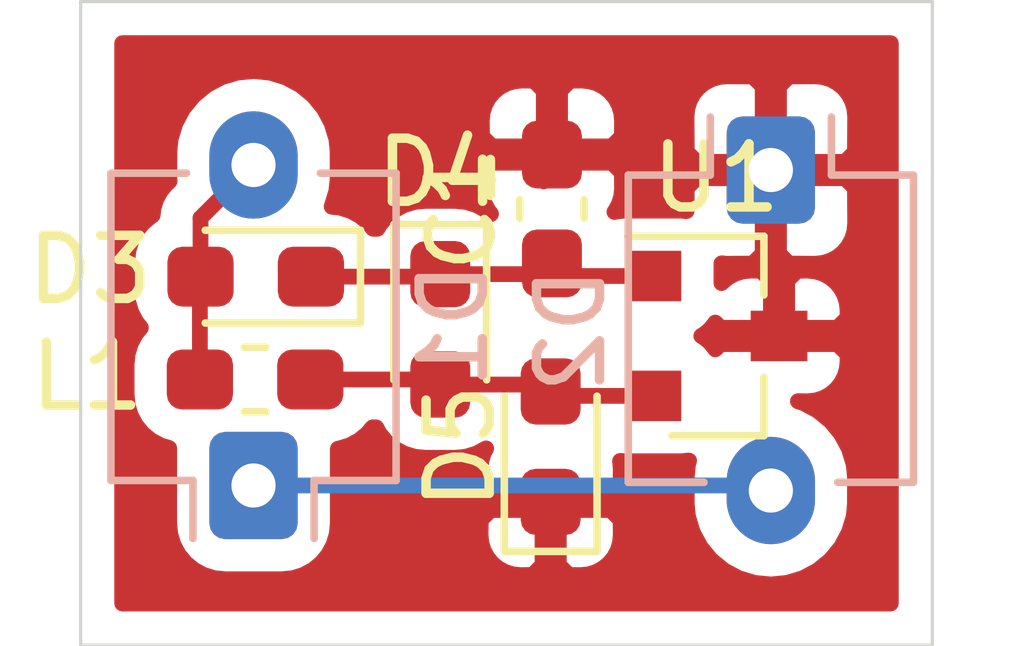
<source format=kicad_pcb>
(kicad_pcb (version 20171130) (host pcbnew "(5.1.7)-1")

  (general
    (thickness 1.6)
    (drawings 4)
    (tracks 21)
    (zones 0)
    (modules 8)
    (nets 6)
  )

  (page A4)
  (layers
    (0 F.Cu signal)
    (31 B.Cu signal)
    (32 B.Adhes user)
    (33 F.Adhes user)
    (34 B.Paste user)
    (35 F.Paste user)
    (36 B.SilkS user)
    (37 F.SilkS user)
    (38 B.Mask user)
    (39 F.Mask user)
    (40 Dwgs.User user)
    (41 Cmts.User user)
    (42 Eco1.User user)
    (43 Eco2.User user)
    (44 Edge.Cuts user)
    (45 Margin user)
    (46 B.CrtYd user)
    (47 F.CrtYd user)
    (48 B.Fab user)
    (49 F.Fab user hide)
  )

  (setup
    (last_trace_width 0.25)
    (trace_clearance 0.2)
    (zone_clearance 0.508)
    (zone_45_only no)
    (trace_min 0.2)
    (via_size 0.8)
    (via_drill 0.4)
    (via_min_size 0.4)
    (via_min_drill 0.3)
    (uvia_size 0.3)
    (uvia_drill 0.1)
    (uvias_allowed no)
    (uvia_min_size 0.2)
    (uvia_min_drill 0.1)
    (edge_width 0.05)
    (segment_width 0.2)
    (pcb_text_width 0.3)
    (pcb_text_size 1.5 1.5)
    (mod_edge_width 0.12)
    (mod_text_size 1 1)
    (mod_text_width 0.15)
    (pad_size 1.524 1.524)
    (pad_drill 0.762)
    (pad_to_mask_clearance 0)
    (aux_axis_origin 0 0)
    (visible_elements FFFFFF7F)
    (pcbplotparams
      (layerselection 0x010fc_ffffffff)
      (usegerberextensions false)
      (usegerberattributes true)
      (usegerberadvancedattributes true)
      (creategerberjobfile true)
      (excludeedgelayer true)
      (linewidth 0.100000)
      (plotframeref false)
      (viasonmask false)
      (mode 1)
      (useauxorigin false)
      (hpglpennumber 1)
      (hpglpenspeed 20)
      (hpglpendiameter 15.000000)
      (psnegative false)
      (psa4output false)
      (plotreference true)
      (plotvalue true)
      (plotinvisibletext false)
      (padsonsilk false)
      (subtractmaskfromsilk false)
      (outputformat 1)
      (mirror false)
      (drillshape 0)
      (scaleselection 1)
      (outputdirectory "gerbers/"))
  )

  (net 0 "")
  (net 1 "Net-(C1-Pad1)")
  (net 2 "Net-(D1-Pad1)")
  (net 3 "Net-(D1-Pad2)")
  (net 4 "Net-(D4-Pad2)")
  (net 5 GND)

  (net_class Default "This is the default net class."
    (clearance 0.2)
    (trace_width 0.25)
    (via_dia 0.8)
    (via_drill 0.4)
    (uvia_dia 0.3)
    (uvia_drill 0.1)
    (add_net GND)
    (add_net "Net-(C1-Pad1)")
    (add_net "Net-(D1-Pad1)")
    (add_net "Net-(D1-Pad2)")
    (add_net "Net-(D4-Pad2)")
  )

  (module LED_SMD:LED_0603_1608Metric_Pad1.05x0.95mm_HandSolder (layer F.Cu) (tedit 5F68FEF1) (tstamp 5FF6D6FF)
    (at 116.31 77.015 90)
    (descr "LED SMD 0603 (1608 Metric), square (rectangular) end terminal, IPC_7351 nominal, (Body size source: http://www.tortai-tech.com/upload/download/2011102023233369053.pdf), generated with kicad-footprint-generator")
    (tags "LED handsolder")
    (path /5FF6BCDC)
    (attr smd)
    (fp_text reference D5 (at 0 -1.43 90) (layer F.SilkS)
      (effects (font (size 1 1) (thickness 0.15)))
    )
    (fp_text value LED (at 0 1.43 90) (layer F.Fab)
      (effects (font (size 1 1) (thickness 0.15)))
    )
    (fp_line (start 1.65 0.73) (end -1.65 0.73) (layer F.CrtYd) (width 0.05))
    (fp_line (start 1.65 -0.73) (end 1.65 0.73) (layer F.CrtYd) (width 0.05))
    (fp_line (start -1.65 -0.73) (end 1.65 -0.73) (layer F.CrtYd) (width 0.05))
    (fp_line (start -1.65 0.73) (end -1.65 -0.73) (layer F.CrtYd) (width 0.05))
    (fp_line (start -1.66 0.735) (end 0.8 0.735) (layer F.SilkS) (width 0.12))
    (fp_line (start -1.66 -0.735) (end -1.66 0.735) (layer F.SilkS) (width 0.12))
    (fp_line (start 0.8 -0.735) (end -1.66 -0.735) (layer F.SilkS) (width 0.12))
    (fp_line (start 0.8 0.4) (end 0.8 -0.4) (layer F.Fab) (width 0.1))
    (fp_line (start -0.8 0.4) (end 0.8 0.4) (layer F.Fab) (width 0.1))
    (fp_line (start -0.8 -0.1) (end -0.8 0.4) (layer F.Fab) (width 0.1))
    (fp_line (start -0.5 -0.4) (end -0.8 -0.1) (layer F.Fab) (width 0.1))
    (fp_line (start 0.8 -0.4) (end -0.5 -0.4) (layer F.Fab) (width 0.1))
    (fp_text user %R (at 0 0 90) (layer F.Fab)
      (effects (font (size 0.4 0.4) (thickness 0.06)))
    )
    (pad 1 smd roundrect (at -0.875 0 90) (size 1.05 0.95) (layers F.Cu F.Paste F.Mask) (roundrect_rratio 0.25)
      (net 5 GND))
    (pad 2 smd roundrect (at 0.875 0 90) (size 1.05 0.95) (layers F.Cu F.Paste F.Mask) (roundrect_rratio 0.25)
      (net 4 "Net-(D4-Pad2)"))
    (model ${KISYS3DMOD}/LED_SMD.3dshapes/LED_0603_1608Metric.wrl
      (at (xyz 0 0 0))
      (scale (xyz 1 1 1))
      (rotate (xyz 0 0 0))
    )
  )

  (module OptoDevice:Osram_DIL2_4.3x4.65mm_P5.08mm (layer B.Cu) (tedit 5B887DD0) (tstamp 5FF6D1ED)
    (at 111.6 77.63 90)
    (descr "PhotoDiode, plastic DIL, 4.3x4.65mm², RM5.08")
    (tags "PhotoDiode plastic DIL RM5.08")
    (path /5FF66DC9)
    (fp_text reference D1 (at 2.54 3.17 -90) (layer B.SilkS)
      (effects (font (size 1 1) (thickness 0.15)) (justify mirror))
    )
    (fp_text value BPW34 (at 2.54 -3.17 -90) (layer B.Fab)
      (effects (font (size 1 1) (thickness 0.15)) (justify mirror))
    )
    (fp_text user %R (at 2.54 3.17 -90) (layer B.Fab)
      (effects (font (size 1 1) (thickness 0.15)) (justify mirror))
    )
    (fp_line (start 3.79 -1.5) (end 3.79 1.5) (layer B.Fab) (width 0.1))
    (fp_line (start 0.79 1.5) (end 0.79 -1.5) (layer B.Fab) (width 0.1))
    (fp_line (start 0.08 -0.96) (end 0.08 -2.26) (layer B.SilkS) (width 0.12))
    (fp_line (start 0.08 2.26) (end 0.08 0.96) (layer B.SilkS) (width 0.12))
    (fp_line (start 4.95 -1.06) (end 4.95 -2.26) (layer B.SilkS) (width 0.12))
    (fp_line (start 4.95 -2.26) (end 0.08 -2.26) (layer B.SilkS) (width 0.12))
    (fp_line (start 0.08 2.26) (end 4.95 2.26) (layer B.SilkS) (width 0.12))
    (fp_line (start 4.95 2.26) (end 4.95 1.06) (layer B.SilkS) (width 0.12))
    (fp_line (start 4.84 2.15) (end 4.84 -2.15) (layer B.Fab) (width 0.1))
    (fp_line (start 4.84 -2.15) (end 0.19 -2.15) (layer B.Fab) (width 0.1))
    (fp_line (start 0.19 -2.15) (end 0.19 1.5) (layer B.Fab) (width 0.1))
    (fp_line (start 0.19 1.5) (end 0.84 2.15) (layer B.Fab) (width 0.1))
    (fp_line (start 0.84 2.15) (end 4.84 2.15) (layer B.Fab) (width 0.1))
    (fp_line (start 0.79 -1.5) (end 3.79 -1.5) (layer B.Fab) (width 0.1))
    (fp_line (start 3.79 1.5) (end 0.79 1.5) (layer B.Fab) (width 0.1))
    (fp_line (start 2.79 0.38) (end 3.05 0.38) (layer B.Fab) (width 0.1))
    (fp_line (start 2.79 0.38) (end 2.79 0.64) (layer B.Fab) (width 0.1))
    (fp_line (start 2.29 0.38) (end 2.54 0.38) (layer B.Fab) (width 0.1))
    (fp_line (start 2.29 0.38) (end 2.29 0.64) (layer B.Fab) (width 0.1))
    (fp_line (start 3.05 1.14) (end 2.29 0.38) (layer B.Fab) (width 0.1))
    (fp_line (start 3.56 1.14) (end 2.79 0.38) (layer B.Fab) (width 0.1))
    (fp_line (start 2.03 -0.64) (end 2.67 0) (layer B.Fab) (width 0.1))
    (fp_line (start 2.67 0) (end 2.67 -1.27) (layer B.Fab) (width 0.1))
    (fp_line (start 2.67 -1.27) (end 2.03 -0.64) (layer B.Fab) (width 0.1))
    (fp_line (start 2.03 0) (end 2.03 -1.27) (layer B.Fab) (width 0.1))
    (fp_line (start 1.02 -0.64) (end 3.56 -0.64) (layer B.Fab) (width 0.1))
    (fp_line (start -1.1 2.4) (end 6.18 2.4) (layer B.CrtYd) (width 0.05))
    (fp_line (start -1.1 2.4) (end -1.1 -2.4) (layer B.CrtYd) (width 0.05))
    (fp_line (start 6.18 -2.4) (end 6.18 2.4) (layer B.CrtYd) (width 0.05))
    (fp_line (start 6.18 -2.4) (end -1.1 -2.4) (layer B.CrtYd) (width 0.05))
    (fp_line (start 0.08 0.96) (end -0.84 0.96) (layer B.SilkS) (width 0.12))
    (fp_line (start 0.08 -0.96) (end -0.84 -0.96) (layer B.SilkS) (width 0.12))
    (pad 1 thru_hole roundrect (at 0 0 90) (size 1.7 1.4) (drill 0.7) (layers *.Cu *.Mask) (roundrect_rratio 0.178)
      (net 2 "Net-(D1-Pad1)"))
    (pad 2 thru_hole oval (at 5.08 0 90) (size 1.7 1.4) (drill 0.7) (layers *.Cu *.Mask)
      (net 3 "Net-(D1-Pad2)"))
    (model ${KISYS3DMOD}/OptoDevice.3dshapes/Osram_DIL2_4.3x4.65mm_P5.08mm.wrl
      (at (xyz 0 0 0))
      (scale (xyz 1 1 1))
      (rotate (xyz 0 0 0))
    )
  )

  (module OptoDevice:Osram_DIL2_4.3x4.65mm_P5.08mm (layer B.Cu) (tedit 5B887DD0) (tstamp 5FF6D214)
    (at 119.8 72.63 270)
    (descr "PhotoDiode, plastic DIL, 4.3x4.65mm², RM5.08")
    (tags "PhotoDiode plastic DIL RM5.08")
    (path /5FF65D76)
    (fp_text reference D2 (at 2.54 3.17 270) (layer B.SilkS)
      (effects (font (size 1 1) (thickness 0.15)) (justify mirror))
    )
    (fp_text value BPW34 (at 2.54 -3.17 270) (layer B.Fab)
      (effects (font (size 1 1) (thickness 0.15)) (justify mirror))
    )
    (fp_line (start 0.08 -0.96) (end -0.84 -0.96) (layer B.SilkS) (width 0.12))
    (fp_line (start 0.08 0.96) (end -0.84 0.96) (layer B.SilkS) (width 0.12))
    (fp_line (start 6.18 -2.4) (end -1.1 -2.4) (layer B.CrtYd) (width 0.05))
    (fp_line (start 6.18 -2.4) (end 6.18 2.4) (layer B.CrtYd) (width 0.05))
    (fp_line (start -1.1 2.4) (end -1.1 -2.4) (layer B.CrtYd) (width 0.05))
    (fp_line (start -1.1 2.4) (end 6.18 2.4) (layer B.CrtYd) (width 0.05))
    (fp_line (start 1.02 -0.64) (end 3.56 -0.64) (layer B.Fab) (width 0.1))
    (fp_line (start 2.03 0) (end 2.03 -1.27) (layer B.Fab) (width 0.1))
    (fp_line (start 2.67 -1.27) (end 2.03 -0.64) (layer B.Fab) (width 0.1))
    (fp_line (start 2.67 0) (end 2.67 -1.27) (layer B.Fab) (width 0.1))
    (fp_line (start 2.03 -0.64) (end 2.67 0) (layer B.Fab) (width 0.1))
    (fp_line (start 3.56 1.14) (end 2.79 0.38) (layer B.Fab) (width 0.1))
    (fp_line (start 3.05 1.14) (end 2.29 0.38) (layer B.Fab) (width 0.1))
    (fp_line (start 2.29 0.38) (end 2.29 0.64) (layer B.Fab) (width 0.1))
    (fp_line (start 2.29 0.38) (end 2.54 0.38) (layer B.Fab) (width 0.1))
    (fp_line (start 2.79 0.38) (end 2.79 0.64) (layer B.Fab) (width 0.1))
    (fp_line (start 2.79 0.38) (end 3.05 0.38) (layer B.Fab) (width 0.1))
    (fp_line (start 3.79 1.5) (end 0.79 1.5) (layer B.Fab) (width 0.1))
    (fp_line (start 0.79 -1.5) (end 3.79 -1.5) (layer B.Fab) (width 0.1))
    (fp_line (start 0.84 2.15) (end 4.84 2.15) (layer B.Fab) (width 0.1))
    (fp_line (start 0.19 1.5) (end 0.84 2.15) (layer B.Fab) (width 0.1))
    (fp_line (start 0.19 -2.15) (end 0.19 1.5) (layer B.Fab) (width 0.1))
    (fp_line (start 4.84 -2.15) (end 0.19 -2.15) (layer B.Fab) (width 0.1))
    (fp_line (start 4.84 2.15) (end 4.84 -2.15) (layer B.Fab) (width 0.1))
    (fp_line (start 4.95 2.26) (end 4.95 1.06) (layer B.SilkS) (width 0.12))
    (fp_line (start 0.08 2.26) (end 4.95 2.26) (layer B.SilkS) (width 0.12))
    (fp_line (start 4.95 -2.26) (end 0.08 -2.26) (layer B.SilkS) (width 0.12))
    (fp_line (start 4.95 -1.06) (end 4.95 -2.26) (layer B.SilkS) (width 0.12))
    (fp_line (start 0.08 2.26) (end 0.08 0.96) (layer B.SilkS) (width 0.12))
    (fp_line (start 0.08 -0.96) (end 0.08 -2.26) (layer B.SilkS) (width 0.12))
    (fp_line (start 0.79 1.5) (end 0.79 -1.5) (layer B.Fab) (width 0.1))
    (fp_line (start 3.79 -1.5) (end 3.79 1.5) (layer B.Fab) (width 0.1))
    (fp_text user %R (at 2.54 3.17 270) (layer B.Fab)
      (effects (font (size 1 1) (thickness 0.15)) (justify mirror))
    )
    (pad 2 thru_hole oval (at 5.08 0 270) (size 1.7 1.4) (drill 0.7) (layers *.Cu *.Mask)
      (net 2 "Net-(D1-Pad1)"))
    (pad 1 thru_hole roundrect (at 0 0 270) (size 1.7 1.4) (drill 0.7) (layers *.Cu *.Mask) (roundrect_rratio 0.178)
      (net 5 GND))
    (model ${KISYS3DMOD}/OptoDevice.3dshapes/Osram_DIL2_4.3x4.65mm_P5.08mm.wrl
      (at (xyz 0 0 0))
      (scale (xyz 1 1 1))
      (rotate (xyz 0 0 0))
    )
  )

  (module Diode_SMD:D_0603_1608Metric_Pad1.05x0.95mm_HandSolder (layer F.Cu) (tedit 5F68FEF0) (tstamp 5FF6D227)
    (at 111.635 74.32 180)
    (descr "Diode SMD 0603 (1608 Metric), square (rectangular) end terminal, IPC_7351 nominal, (Body size source: http://www.tortai-tech.com/upload/download/2011102023233369053.pdf), generated with kicad-footprint-generator")
    (tags "diode handsolder")
    (path /5FF6FFC0)
    (attr smd)
    (fp_text reference D3 (at 2.625 0.11) (layer F.SilkS)
      (effects (font (size 1 1) (thickness 0.15)))
    )
    (fp_text value D_Schottky (at 0 1.43) (layer F.Fab)
      (effects (font (size 1 1) (thickness 0.15)))
    )
    (fp_line (start 1.65 0.73) (end -1.65 0.73) (layer F.CrtYd) (width 0.05))
    (fp_line (start 1.65 -0.73) (end 1.65 0.73) (layer F.CrtYd) (width 0.05))
    (fp_line (start -1.65 -0.73) (end 1.65 -0.73) (layer F.CrtYd) (width 0.05))
    (fp_line (start -1.65 0.73) (end -1.65 -0.73) (layer F.CrtYd) (width 0.05))
    (fp_line (start -1.66 0.735) (end 0.8 0.735) (layer F.SilkS) (width 0.12))
    (fp_line (start -1.66 -0.735) (end -1.66 0.735) (layer F.SilkS) (width 0.12))
    (fp_line (start 0.8 -0.735) (end -1.66 -0.735) (layer F.SilkS) (width 0.12))
    (fp_line (start 0.8 0.4) (end 0.8 -0.4) (layer F.Fab) (width 0.1))
    (fp_line (start -0.8 0.4) (end 0.8 0.4) (layer F.Fab) (width 0.1))
    (fp_line (start -0.8 -0.1) (end -0.8 0.4) (layer F.Fab) (width 0.1))
    (fp_line (start -0.5 -0.4) (end -0.8 -0.1) (layer F.Fab) (width 0.1))
    (fp_line (start 0.8 -0.4) (end -0.5 -0.4) (layer F.Fab) (width 0.1))
    (fp_text user %R (at 0 0) (layer F.Fab)
      (effects (font (size 0.4 0.4) (thickness 0.06)))
    )
    (pad 1 smd roundrect (at -0.875 0 180) (size 1.05 0.95) (layers F.Cu F.Paste F.Mask) (roundrect_rratio 0.25)
      (net 1 "Net-(C1-Pad1)"))
    (pad 2 smd roundrect (at 0.875 0 180) (size 1.05 0.95) (layers F.Cu F.Paste F.Mask) (roundrect_rratio 0.25)
      (net 3 "Net-(D1-Pad2)"))
    (model ${KISYS3DMOD}/Diode_SMD.3dshapes/D_0603_1608Metric.wrl
      (at (xyz 0 0 0))
      (scale (xyz 1 1 1))
      (rotate (xyz 0 0 0))
    )
  )

  (module Diode_SMD:D_0603_1608Metric_Pad1.05x0.95mm_HandSolder (layer F.Cu) (tedit 5F68FEF0) (tstamp 5FF6D23A)
    (at 114.56 75.155 270)
    (descr "Diode SMD 0603 (1608 Metric), square (rectangular) end terminal, IPC_7351 nominal, (Body size source: http://www.tortai-tech.com/upload/download/2011102023233369053.pdf), generated with kicad-footprint-generator")
    (tags "diode handsolder")
    (path /5FF70BB4)
    (attr smd)
    (fp_text reference D4 (at -2.485 0.02 180) (layer F.SilkS)
      (effects (font (size 1 1) (thickness 0.15)))
    )
    (fp_text value D_Schottky (at 0 1.43 90) (layer F.Fab)
      (effects (font (size 1 1) (thickness 0.15)))
    )
    (fp_text user %R (at 0 0 90) (layer F.Fab)
      (effects (font (size 0.4 0.4) (thickness 0.06)))
    )
    (fp_line (start 0.8 -0.4) (end -0.5 -0.4) (layer F.Fab) (width 0.1))
    (fp_line (start -0.5 -0.4) (end -0.8 -0.1) (layer F.Fab) (width 0.1))
    (fp_line (start -0.8 -0.1) (end -0.8 0.4) (layer F.Fab) (width 0.1))
    (fp_line (start -0.8 0.4) (end 0.8 0.4) (layer F.Fab) (width 0.1))
    (fp_line (start 0.8 0.4) (end 0.8 -0.4) (layer F.Fab) (width 0.1))
    (fp_line (start 0.8 -0.735) (end -1.66 -0.735) (layer F.SilkS) (width 0.12))
    (fp_line (start -1.66 -0.735) (end -1.66 0.735) (layer F.SilkS) (width 0.12))
    (fp_line (start -1.66 0.735) (end 0.8 0.735) (layer F.SilkS) (width 0.12))
    (fp_line (start -1.65 0.73) (end -1.65 -0.73) (layer F.CrtYd) (width 0.05))
    (fp_line (start -1.65 -0.73) (end 1.65 -0.73) (layer F.CrtYd) (width 0.05))
    (fp_line (start 1.65 -0.73) (end 1.65 0.73) (layer F.CrtYd) (width 0.05))
    (fp_line (start 1.65 0.73) (end -1.65 0.73) (layer F.CrtYd) (width 0.05))
    (pad 2 smd roundrect (at 0.875 0 270) (size 1.05 0.95) (layers F.Cu F.Paste F.Mask) (roundrect_rratio 0.25)
      (net 4 "Net-(D4-Pad2)"))
    (pad 1 smd roundrect (at -0.875 0 270) (size 1.05 0.95) (layers F.Cu F.Paste F.Mask) (roundrect_rratio 0.25)
      (net 1 "Net-(C1-Pad1)"))
    (model ${KISYS3DMOD}/Diode_SMD.3dshapes/D_0603_1608Metric.wrl
      (at (xyz 0 0 0))
      (scale (xyz 1 1 1))
      (rotate (xyz 0 0 0))
    )
  )

  (module Inductor_SMD:L_0603_1608Metric_Pad1.05x0.95mm_HandSolder (layer F.Cu) (tedit 5F68FEF0) (tstamp 5FF6D25E)
    (at 111.625 75.95)
    (descr "Inductor SMD 0603 (1608 Metric), square (rectangular) end terminal, IPC_7351 nominal with elongated pad for handsoldering. (Body size source: http://www.tortai-tech.com/upload/download/2011102023233369053.pdf), generated with kicad-footprint-generator")
    (tags "inductor handsolder")
    (path /5FF67AED)
    (attr smd)
    (fp_text reference L1 (at -2.665 -0.05) (layer F.SilkS)
      (effects (font (size 1 1) (thickness 0.15)))
    )
    (fp_text value 100uH (at 0 1.43) (layer F.Fab)
      (effects (font (size 1 1) (thickness 0.15)))
    )
    (fp_line (start 1.65 0.73) (end -1.65 0.73) (layer F.CrtYd) (width 0.05))
    (fp_line (start 1.65 -0.73) (end 1.65 0.73) (layer F.CrtYd) (width 0.05))
    (fp_line (start -1.65 -0.73) (end 1.65 -0.73) (layer F.CrtYd) (width 0.05))
    (fp_line (start -1.65 0.73) (end -1.65 -0.73) (layer F.CrtYd) (width 0.05))
    (fp_line (start -0.171267 0.51) (end 0.171267 0.51) (layer F.SilkS) (width 0.12))
    (fp_line (start -0.171267 -0.51) (end 0.171267 -0.51) (layer F.SilkS) (width 0.12))
    (fp_line (start 0.8 0.4) (end -0.8 0.4) (layer F.Fab) (width 0.1))
    (fp_line (start 0.8 -0.4) (end 0.8 0.4) (layer F.Fab) (width 0.1))
    (fp_line (start -0.8 -0.4) (end 0.8 -0.4) (layer F.Fab) (width 0.1))
    (fp_line (start -0.8 0.4) (end -0.8 -0.4) (layer F.Fab) (width 0.1))
    (fp_text user %R (at 0 0) (layer F.Fab)
      (effects (font (size 0.4 0.4) (thickness 0.06)))
    )
    (pad 1 smd roundrect (at -0.875 0) (size 1.05 0.95) (layers F.Cu F.Paste F.Mask) (roundrect_rratio 0.25)
      (net 3 "Net-(D1-Pad2)"))
    (pad 2 smd roundrect (at 0.875 0) (size 1.05 0.95) (layers F.Cu F.Paste F.Mask) (roundrect_rratio 0.25)
      (net 4 "Net-(D4-Pad2)"))
    (model ${KISYS3DMOD}/Inductor_SMD.3dshapes/L_0603_1608Metric.wrl
      (at (xyz 0 0 0))
      (scale (xyz 1 1 1))
      (rotate (xyz 0 0 0))
    )
  )

  (module Package_TO_SOT_SMD:SOT-23 (layer F.Cu) (tedit 5A02FF57) (tstamp 5FF6D273)
    (at 118.93 75.26)
    (descr "SOT-23, Standard")
    (tags SOT-23)
    (path /5FF6E683)
    (attr smd)
    (fp_text reference U1 (at 0 -2.5) (layer F.SilkS)
      (effects (font (size 1 1) (thickness 0.15)))
    )
    (fp_text value ZXSC380 (at 0 2.5) (layer F.Fab)
      (effects (font (size 1 1) (thickness 0.15)))
    )
    (fp_line (start 0.76 1.58) (end -0.7 1.58) (layer F.SilkS) (width 0.12))
    (fp_line (start 0.76 -1.58) (end -1.4 -1.58) (layer F.SilkS) (width 0.12))
    (fp_line (start -1.7 1.75) (end -1.7 -1.75) (layer F.CrtYd) (width 0.05))
    (fp_line (start 1.7 1.75) (end -1.7 1.75) (layer F.CrtYd) (width 0.05))
    (fp_line (start 1.7 -1.75) (end 1.7 1.75) (layer F.CrtYd) (width 0.05))
    (fp_line (start -1.7 -1.75) (end 1.7 -1.75) (layer F.CrtYd) (width 0.05))
    (fp_line (start 0.76 -1.58) (end 0.76 -0.65) (layer F.SilkS) (width 0.12))
    (fp_line (start 0.76 1.58) (end 0.76 0.65) (layer F.SilkS) (width 0.12))
    (fp_line (start -0.7 1.52) (end 0.7 1.52) (layer F.Fab) (width 0.1))
    (fp_line (start 0.7 -1.52) (end 0.7 1.52) (layer F.Fab) (width 0.1))
    (fp_line (start -0.7 -0.95) (end -0.15 -1.52) (layer F.Fab) (width 0.1))
    (fp_line (start -0.15 -1.52) (end 0.7 -1.52) (layer F.Fab) (width 0.1))
    (fp_line (start -0.7 -0.95) (end -0.7 1.5) (layer F.Fab) (width 0.1))
    (fp_text user %R (at 0 0 90) (layer F.Fab)
      (effects (font (size 0.5 0.5) (thickness 0.075)))
    )
    (pad 1 smd rect (at -1 -0.95) (size 0.9 0.8) (layers F.Cu F.Paste F.Mask)
      (net 1 "Net-(C1-Pad1)"))
    (pad 2 smd rect (at -1 0.95) (size 0.9 0.8) (layers F.Cu F.Paste F.Mask)
      (net 4 "Net-(D4-Pad2)"))
    (pad 3 smd rect (at 1 0) (size 0.9 0.8) (layers F.Cu F.Paste F.Mask)
      (net 5 GND))
    (model ${KISYS3DMOD}/Package_TO_SOT_SMD.3dshapes/SOT-23.wrl
      (at (xyz 0 0 0))
      (scale (xyz 1 1 1))
      (rotate (xyz 0 0 0))
    )
  )

  (module Capacitor_SMD:C_0603_1608Metric_Pad1.08x0.95mm_HandSolder (layer F.Cu) (tedit 5F68FEEF) (tstamp 5FF6D680)
    (at 116.33 73.2475 90)
    (descr "Capacitor SMD 0603 (1608 Metric), square (rectangular) end terminal, IPC_7351 nominal with elongated pad for handsoldering. (Body size source: IPC-SM-782 page 76, https://www.pcb-3d.com/wordpress/wp-content/uploads/ipc-sm-782a_amendment_1_and_2.pdf), generated with kicad-footprint-generator")
    (tags "capacitor handsolder")
    (path /5FF67473)
    (attr smd)
    (fp_text reference C1 (at 0 -1.43 90) (layer F.SilkS)
      (effects (font (size 1 1) (thickness 0.15)))
    )
    (fp_text value 1uF (at 0 1.43 90) (layer F.Fab)
      (effects (font (size 1 1) (thickness 0.15)))
    )
    (fp_line (start 1.65 0.73) (end -1.65 0.73) (layer F.CrtYd) (width 0.05))
    (fp_line (start 1.65 -0.73) (end 1.65 0.73) (layer F.CrtYd) (width 0.05))
    (fp_line (start -1.65 -0.73) (end 1.65 -0.73) (layer F.CrtYd) (width 0.05))
    (fp_line (start -1.65 0.73) (end -1.65 -0.73) (layer F.CrtYd) (width 0.05))
    (fp_line (start -0.146267 0.51) (end 0.146267 0.51) (layer F.SilkS) (width 0.12))
    (fp_line (start -0.146267 -0.51) (end 0.146267 -0.51) (layer F.SilkS) (width 0.12))
    (fp_line (start 0.8 0.4) (end -0.8 0.4) (layer F.Fab) (width 0.1))
    (fp_line (start 0.8 -0.4) (end 0.8 0.4) (layer F.Fab) (width 0.1))
    (fp_line (start -0.8 -0.4) (end 0.8 -0.4) (layer F.Fab) (width 0.1))
    (fp_line (start -0.8 0.4) (end -0.8 -0.4) (layer F.Fab) (width 0.1))
    (fp_text user %R (at 0 0 90) (layer F.Fab)
      (effects (font (size 0.4 0.4) (thickness 0.06)))
    )
    (pad 1 smd roundrect (at -0.8625 0 90) (size 1.075 0.95) (layers F.Cu F.Paste F.Mask) (roundrect_rratio 0.25)
      (net 1 "Net-(C1-Pad1)"))
    (pad 2 smd roundrect (at 0.8625 0 90) (size 1.075 0.95) (layers F.Cu F.Paste F.Mask) (roundrect_rratio 0.25)
      (net 5 GND))
    (model ${KISYS3DMOD}/Capacitor_SMD.3dshapes/C_0603_1608Metric.wrl
      (at (xyz 0 0 0))
      (scale (xyz 1 1 1))
      (rotate (xyz 0 0 0))
    )
  )

  (gr_line (start 108.86 69.96) (end 122.36 69.96) (layer Edge.Cuts) (width 0.05))
  (gr_line (start 108.86 80.16) (end 108.86 69.96) (layer Edge.Cuts) (width 0.05))
  (gr_line (start 122.36 80.16) (end 108.86 80.16) (layer Edge.Cuts) (width 0.05))
  (gr_line (start 122.36 69.96) (end 122.36 80.16) (layer Edge.Cuts) (width 0.05))

  (segment (start 114.48 74.2) (end 114.56 74.28) (width 0.25) (layer F.Cu) (net 1))
  (segment (start 114.605 74.325) (end 114.56 74.28) (width 0.25) (layer F.Cu) (net 1))
  (segment (start 114.52 74.32) (end 114.56 74.28) (width 0.25) (layer F.Cu) (net 1))
  (segment (start 112.51 74.32) (end 114.52 74.32) (width 0.25) (layer F.Cu) (net 1))
  (segment (start 116.16 74.28) (end 116.33 74.11) (width 0.25) (layer F.Cu) (net 1))
  (segment (start 114.56 74.28) (end 116.16 74.28) (width 0.25) (layer F.Cu) (net 1))
  (segment (start 116.53 74.31) (end 116.33 74.11) (width 0.25) (layer F.Cu) (net 1))
  (segment (start 117.93 74.31) (end 116.53 74.31) (width 0.25) (layer F.Cu) (net 1))
  (segment (start 119.72 77.63) (end 119.8 77.71) (width 0.25) (layer B.Cu) (net 2))
  (segment (start 111.6 77.63) (end 119.72 77.63) (width 0.25) (layer B.Cu) (net 2))
  (segment (start 116.2 72.81) (end 116.36 72.65) (width 0.25) (layer F.Cu) (net 5))
  (segment (start 110.75 74.33) (end 110.76 74.32) (width 0.25) (layer F.Cu) (net 3))
  (segment (start 110.75 75.95) (end 110.75 74.33) (width 0.25) (layer F.Cu) (net 3))
  (segment (start 110.76 73.39) (end 111.6 72.55) (width 0.25) (layer F.Cu) (net 3))
  (segment (start 110.76 74.32) (end 110.76 73.39) (width 0.25) (layer F.Cu) (net 3))
  (segment (start 114.48 75.95) (end 114.56 76.03) (width 0.25) (layer F.Cu) (net 4))
  (segment (start 112.5 75.95) (end 114.48 75.95) (width 0.25) (layer F.Cu) (net 4))
  (segment (start 116.2 76.03) (end 116.31 76.14) (width 0.25) (layer F.Cu) (net 4))
  (segment (start 114.56 76.03) (end 116.2 76.03) (width 0.25) (layer F.Cu) (net 4))
  (segment (start 116.38 76.21) (end 116.31 76.14) (width 0.25) (layer F.Cu) (net 4))
  (segment (start 117.93 76.21) (end 116.38 76.21) (width 0.25) (layer F.Cu) (net 4))

  (zone (net 5) (net_name GND) (layer F.Cu) (tstamp 5FF6E4CE) (hatch edge 0.508)
    (connect_pads (clearance 0.508))
    (min_thickness 0.254)
    (fill yes (arc_segments 32) (thermal_gap 0.508) (thermal_bridge_width 0.508))
    (polygon
      (pts
        (xy 122.23 80.165) (xy 108.9 80.175) (xy 108.88 70) (xy 122.27 70.12)
      )
    )
    (filled_polygon
      (pts
        (xy 121.700001 79.5) (xy 109.52 79.5) (xy 109.52 75.7125) (xy 109.586928 75.7125) (xy 109.586928 76.1875)
        (xy 109.603752 76.358316) (xy 109.653577 76.522567) (xy 109.734488 76.673942) (xy 109.843377 76.806623) (xy 109.976058 76.915512)
        (xy 110.127433 76.996423) (xy 110.261928 77.037222) (xy 110.261928 78.2308) (xy 110.278977 78.403898) (xy 110.329468 78.570344)
        (xy 110.41146 78.723742) (xy 110.521804 78.858196) (xy 110.656258 78.96854) (xy 110.809656 79.050532) (xy 110.976102 79.101023)
        (xy 111.1492 79.118072) (xy 112.0508 79.118072) (xy 112.223898 79.101023) (xy 112.390344 79.050532) (xy 112.543742 78.96854)
        (xy 112.678196 78.858196) (xy 112.78854 78.723742) (xy 112.870532 78.570344) (xy 112.917655 78.415) (xy 115.196928 78.415)
        (xy 115.209188 78.539482) (xy 115.245498 78.65918) (xy 115.304463 78.769494) (xy 115.383815 78.866185) (xy 115.480506 78.945537)
        (xy 115.59082 79.004502) (xy 115.710518 79.040812) (xy 115.835 79.053072) (xy 116.02425 79.05) (xy 116.183 78.89125)
        (xy 116.183 78.017) (xy 116.437 78.017) (xy 116.437 78.89125) (xy 116.59575 79.05) (xy 116.785 79.053072)
        (xy 116.909482 79.040812) (xy 117.02918 79.004502) (xy 117.139494 78.945537) (xy 117.236185 78.866185) (xy 117.315537 78.769494)
        (xy 117.374502 78.65918) (xy 117.410812 78.539482) (xy 117.423072 78.415) (xy 117.42 78.17575) (xy 117.26125 78.017)
        (xy 116.437 78.017) (xy 116.183 78.017) (xy 115.35875 78.017) (xy 115.2 78.17575) (xy 115.196928 78.415)
        (xy 112.917655 78.415) (xy 112.921023 78.403898) (xy 112.938072 78.2308) (xy 112.938072 77.048242) (xy 112.958316 77.046248)
        (xy 113.122567 76.996423) (xy 113.273942 76.915512) (xy 113.406623 76.806623) (xy 113.48592 76.71) (xy 113.544275 76.71)
        (xy 113.594488 76.803942) (xy 113.703377 76.936623) (xy 113.836058 77.045512) (xy 113.987433 77.126423) (xy 114.151684 77.176248)
        (xy 114.3225 77.193072) (xy 114.7975 77.193072) (xy 114.968316 77.176248) (xy 115.132567 77.126423) (xy 115.283942 77.045512)
        (xy 115.287166 77.042866) (xy 115.245498 77.12082) (xy 115.209188 77.240518) (xy 115.196928 77.365) (xy 115.2 77.60425)
        (xy 115.35875 77.763) (xy 116.183 77.763) (xy 116.183 77.743) (xy 116.437 77.743) (xy 116.437 77.763)
        (xy 117.26125 77.763) (xy 117.42 77.60425) (xy 117.423072 77.365) (xy 117.410886 77.241265) (xy 117.48 77.248072)
        (xy 118.38 77.248072) (xy 118.503233 77.235935) (xy 118.484317 77.298294) (xy 118.465 77.494421) (xy 118.465 77.925578)
        (xy 118.484317 78.121705) (xy 118.560653 78.373353) (xy 118.684618 78.605274) (xy 118.851445 78.808555) (xy 119.054725 78.975382)
        (xy 119.286646 79.099347) (xy 119.538294 79.175683) (xy 119.8 79.201459) (xy 120.061705 79.175683) (xy 120.313353 79.099347)
        (xy 120.545274 78.975382) (xy 120.748555 78.808555) (xy 120.915382 78.605275) (xy 121.039347 78.373354) (xy 121.115683 78.121706)
        (xy 121.135 77.925579) (xy 121.135 77.494422) (xy 121.115683 77.298295) (xy 121.039347 77.046647) (xy 120.915382 76.814726)
        (xy 120.748555 76.611445) (xy 120.545275 76.444618) (xy 120.313354 76.320653) (xy 120.229643 76.29526) (xy 120.38 76.298072)
        (xy 120.504482 76.285812) (xy 120.62418 76.249502) (xy 120.734494 76.190537) (xy 120.831185 76.111185) (xy 120.910537 76.014494)
        (xy 120.969502 75.90418) (xy 121.005812 75.784482) (xy 121.018072 75.66) (xy 121.015 75.54575) (xy 120.85625 75.387)
        (xy 120.057 75.387) (xy 120.057 75.407) (xy 119.803 75.407) (xy 119.803 75.387) (xy 119.00375 75.387)
        (xy 118.919143 75.471607) (xy 118.910537 75.455506) (xy 118.831185 75.358815) (xy 118.734494 75.279463) (xy 118.698082 75.26)
        (xy 118.734494 75.240537) (xy 118.831185 75.161185) (xy 118.910537 75.064494) (xy 118.919143 75.048393) (xy 119.00375 75.133)
        (xy 119.803 75.133) (xy 119.803 74.38375) (xy 120.057 74.38375) (xy 120.057 75.133) (xy 120.85625 75.133)
        (xy 121.015 74.97425) (xy 121.018072 74.86) (xy 121.005812 74.735518) (xy 120.969502 74.61582) (xy 120.910537 74.505506)
        (xy 120.831185 74.408815) (xy 120.734494 74.329463) (xy 120.62418 74.270498) (xy 120.504482 74.234188) (xy 120.38 74.221928)
        (xy 120.21575 74.225) (xy 120.057 74.38375) (xy 119.803 74.38375) (xy 119.64425 74.225) (xy 119.48 74.221928)
        (xy 119.355518 74.234188) (xy 119.23582 74.270498) (xy 119.125506 74.329463) (xy 119.028815 74.408815) (xy 119.018072 74.421905)
        (xy 119.018072 74.110003) (xy 119.1 74.118072) (xy 119.51425 74.115) (xy 119.673 73.95625) (xy 119.673 72.757)
        (xy 119.927 72.757) (xy 119.927 73.95625) (xy 120.08575 74.115) (xy 120.5 74.118072) (xy 120.624482 74.105812)
        (xy 120.74418 74.069502) (xy 120.854494 74.010537) (xy 120.951185 73.931185) (xy 121.030537 73.834494) (xy 121.089502 73.72418)
        (xy 121.125812 73.604482) (xy 121.138072 73.48) (xy 121.135 72.91575) (xy 120.97625 72.757) (xy 119.927 72.757)
        (xy 119.673 72.757) (xy 118.62375 72.757) (xy 118.465 72.91575) (xy 118.463016 73.280104) (xy 118.38 73.271928)
        (xy 117.48 73.271928) (xy 117.355518 73.284188) (xy 117.321053 73.294643) (xy 117.335537 73.276994) (xy 117.394502 73.16668)
        (xy 117.430812 73.046982) (xy 117.443072 72.9225) (xy 117.44 72.67075) (xy 117.28125 72.512) (xy 116.457 72.512)
        (xy 116.457 72.532) (xy 116.203 72.532) (xy 116.203 72.512) (xy 115.37875 72.512) (xy 115.22 72.67075)
        (xy 115.216928 72.9225) (xy 115.229188 73.046982) (xy 115.265498 73.16668) (xy 115.324463 73.276994) (xy 115.363774 73.324894)
        (xy 115.361875 73.328446) (xy 115.283942 73.264488) (xy 115.132567 73.183577) (xy 114.968316 73.133752) (xy 114.7975 73.116928)
        (xy 114.3225 73.116928) (xy 114.151684 73.133752) (xy 113.987433 73.183577) (xy 113.836058 73.264488) (xy 113.703377 73.373377)
        (xy 113.594488 73.506058) (xy 113.565656 73.56) (xy 113.49592 73.56) (xy 113.416623 73.463377) (xy 113.283942 73.354488)
        (xy 113.132567 73.273577) (xy 112.968316 73.223752) (xy 112.840025 73.211116) (xy 112.915683 72.961705) (xy 112.935 72.765578)
        (xy 112.935 72.334421) (xy 112.915683 72.138294) (xy 112.839347 71.886646) (xy 112.818423 71.8475) (xy 115.216928 71.8475)
        (xy 115.22 72.09925) (xy 115.37875 72.258) (xy 116.203 72.258) (xy 116.203 71.37125) (xy 116.457 71.37125)
        (xy 116.457 72.258) (xy 117.28125 72.258) (xy 117.44 72.09925) (xy 117.443072 71.8475) (xy 117.436425 71.78)
        (xy 118.461928 71.78) (xy 118.465 72.34425) (xy 118.62375 72.503) (xy 119.673 72.503) (xy 119.673 71.30375)
        (xy 119.927 71.30375) (xy 119.927 72.503) (xy 120.97625 72.503) (xy 121.135 72.34425) (xy 121.138072 71.78)
        (xy 121.125812 71.655518) (xy 121.089502 71.53582) (xy 121.030537 71.425506) (xy 120.951185 71.328815) (xy 120.854494 71.249463)
        (xy 120.74418 71.190498) (xy 120.624482 71.154188) (xy 120.5 71.141928) (xy 120.08575 71.145) (xy 119.927 71.30375)
        (xy 119.673 71.30375) (xy 119.51425 71.145) (xy 119.1 71.141928) (xy 118.975518 71.154188) (xy 118.85582 71.190498)
        (xy 118.745506 71.249463) (xy 118.648815 71.328815) (xy 118.569463 71.425506) (xy 118.510498 71.53582) (xy 118.474188 71.655518)
        (xy 118.461928 71.78) (xy 117.436425 71.78) (xy 117.430812 71.723018) (xy 117.394502 71.60332) (xy 117.335537 71.493006)
        (xy 117.256185 71.396315) (xy 117.159494 71.316963) (xy 117.04918 71.257998) (xy 116.929482 71.221688) (xy 116.805 71.209428)
        (xy 116.61575 71.2125) (xy 116.457 71.37125) (xy 116.203 71.37125) (xy 116.04425 71.2125) (xy 115.855 71.209428)
        (xy 115.730518 71.221688) (xy 115.61082 71.257998) (xy 115.500506 71.316963) (xy 115.403815 71.396315) (xy 115.324463 71.493006)
        (xy 115.265498 71.60332) (xy 115.229188 71.723018) (xy 115.216928 71.8475) (xy 112.818423 71.8475) (xy 112.715382 71.654725)
        (xy 112.548555 71.451445) (xy 112.345274 71.284618) (xy 112.113353 71.160653) (xy 111.861705 71.084317) (xy 111.6 71.058541)
        (xy 111.338294 71.084317) (xy 111.086646 71.160653) (xy 110.854725 71.284618) (xy 110.651445 71.451445) (xy 110.484618 71.654726)
        (xy 110.360653 71.886647) (xy 110.284317 72.138295) (xy 110.265 72.334422) (xy 110.265 72.765579) (xy 110.269001 72.806198)
        (xy 110.248998 72.826201) (xy 110.22 72.849999) (xy 110.196202 72.878997) (xy 110.196201 72.878998) (xy 110.125026 72.965724)
        (xy 110.054454 73.097754) (xy 110.028421 73.183577) (xy 110.019389 73.213354) (xy 110.010998 73.241015) (xy 110.000587 73.346722)
        (xy 109.986058 73.354488) (xy 109.853377 73.463377) (xy 109.744488 73.596058) (xy 109.663577 73.747433) (xy 109.613752 73.911684)
        (xy 109.596928 74.0825) (xy 109.596928 74.5575) (xy 109.613752 74.728316) (xy 109.663577 74.892567) (xy 109.744488 75.043942)
        (xy 109.814218 75.128908) (xy 109.734488 75.226058) (xy 109.653577 75.377433) (xy 109.603752 75.541684) (xy 109.586928 75.7125)
        (xy 109.52 75.7125) (xy 109.52 70.62) (xy 121.7 70.62)
      )
    )
  )
)

</source>
